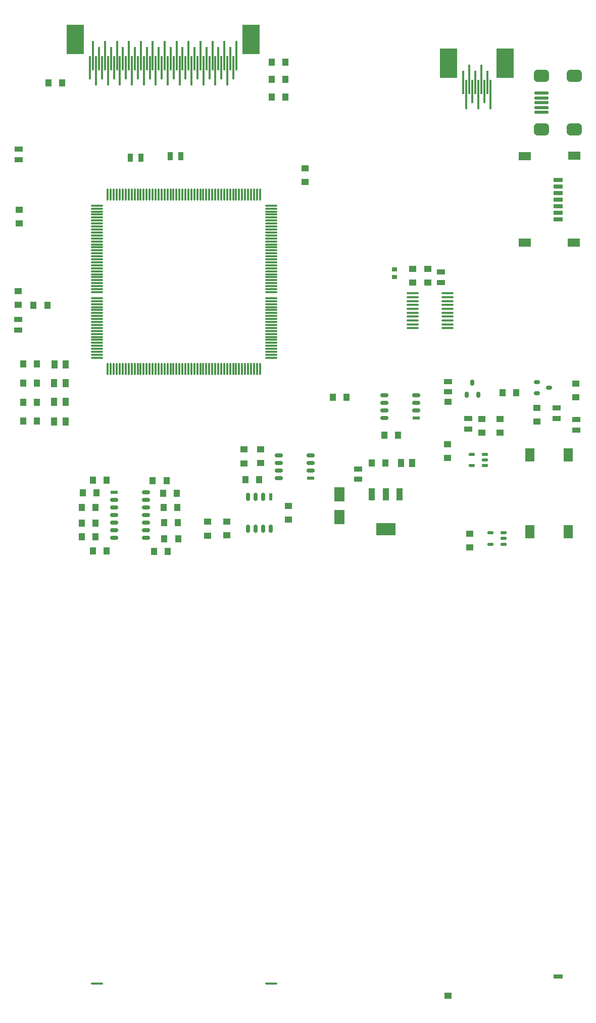
<source format=gtp>
%FSTAX24Y24*%
%MOMM*%
%SFA1B1*%

%IPPOS*%
%AMD11*
4,1,8,-0.508000,-0.304800,0.508000,-0.304800,0.660400,-0.152400,0.660400,0.152400,0.508000,0.304800,-0.508000,0.304800,-0.660400,0.152400,-0.660400,-0.152400,-0.508000,-0.304800,0.0*
1,1,0.304000,-0.508000,-0.152400*
1,1,0.304000,0.508000,-0.152400*
1,1,0.304000,0.508000,0.152400*
1,1,0.304000,-0.508000,0.152400*
%
%AMD15*
4,1,8,-0.500380,0.137160,-0.500380,-0.137160,-0.363220,-0.274320,0.363220,-0.274320,0.500380,-0.137160,0.500380,0.137160,0.363220,0.274320,-0.363220,0.274320,-0.500380,0.137160,0.0*
1,1,0.276000,-0.363220,0.137160*
1,1,0.276000,-0.363220,-0.137160*
1,1,0.276000,0.363220,-0.137160*
1,1,0.276000,0.363220,0.137160*
%
%AMD16*
4,1,8,0.500380,-0.162560,0.500380,0.162560,0.337820,0.325120,-0.337820,0.325120,-0.500380,0.162560,-0.500380,-0.162560,-0.337820,-0.325120,0.337820,-0.325120,0.500380,-0.162560,0.0*
1,1,0.326000,0.337820,-0.162560*
1,1,0.326000,0.337820,0.162560*
1,1,0.326000,-0.337820,0.162560*
1,1,0.326000,-0.337820,-0.162560*
%
%AMD32*
4,1,8,1.249680,-0.500380,1.249680,0.500380,0.749300,1.000760,-0.749300,1.000760,-1.249680,0.500380,-1.249680,-0.500380,-0.749300,-1.000760,0.749300,-1.000760,1.249680,-0.500380,0.0*
1,1,1.000000,0.749300,-0.500380*
1,1,1.000000,0.749300,0.500380*
1,1,1.000000,-0.749300,0.500380*
1,1,1.000000,-0.749300,-0.500380*
%
%AMD33*
4,1,8,1.150620,-0.124460,1.150620,0.124460,1.026160,0.248920,-1.026160,0.248920,-1.150620,0.124460,-1.150620,-0.124460,-1.026160,-0.248920,1.026160,-0.248920,1.150620,-0.124460,0.0*
1,1,0.250000,1.026160,-0.124460*
1,1,0.250000,1.026160,0.124460*
1,1,0.250000,-1.026160,0.124460*
1,1,0.250000,-1.026160,-0.124460*
%
%AMD34*
4,1,8,0.162560,0.500380,-0.162560,0.500380,-0.325120,0.337820,-0.325120,-0.337820,-0.162560,-0.500380,0.162560,-0.500380,0.325120,-0.337820,0.325120,0.337820,0.162560,0.500380,0.0*
1,1,0.326000,0.162560,0.337820*
1,1,0.326000,-0.162560,0.337820*
1,1,0.326000,-0.162560,-0.337820*
1,1,0.326000,0.162560,-0.337820*
%
%AMD35*
4,1,8,0.304800,-0.508000,0.304800,0.508000,0.152400,0.660400,-0.152400,0.660400,-0.304800,0.508000,-0.304800,-0.508000,-0.152400,-0.660400,0.152400,-0.660400,0.304800,-0.508000,0.0*
1,1,0.304000,0.152400,-0.508000*
1,1,0.304000,0.152400,0.508000*
1,1,0.304000,-0.152400,0.508000*
1,1,0.304000,-0.152400,-0.508000*
%
%ADD10R,0.999998X1.299997*%
G04~CAMADD=11~8~0.0~0.0~520.1~240.2~59.8~0.0~15~0.0~0.0~0.0~0.0~0~0.0~0.0~0.0~0.0~0~0.0~0.0~0.0~180.0~520.0~240.0*
%ADD11D11*%
%ADD12R,1.269997X0.609999*%
%ADD13R,0.999998X1.399997*%
%ADD14R,1.599997X2.199996*%
G04~CAMADD=15~8~0.0~0.0~216.5~393.7~54.3~0.0~15~0.0~0.0~0.0~0.0~0~0.0~0.0~0.0~0.0~0~0.0~0.0~0.0~90.0~394.0~216.0*
%ADD15D15*%
G04~CAMADD=16~8~0.0~0.0~255.9~393.7~64.2~0.0~15~0.0~0.0~0.0~0.0~0~0.0~0.0~0.0~0.0~0~0.0~0.0~0.0~270.0~394.0~256.0*
%ADD16D16*%
%ADD17O,2.099996X0.299999*%
%ADD18O,0.299999X2.099996*%
%ADD19R,0.299999X4.999990*%
%ADD20R,2.999994X4.999990*%
%ADD21R,0.299999X3.999992*%
%ADD22R,1.499997X0.799998*%
%ADD23R,1.999996X1.449997*%
%ADD24O,2.099996X0.349999*%
%ADD25R,3.249993X2.149996*%
%ADD26R,0.999998X2.149996*%
%ADD27R,1.749997X2.399995*%
%ADD28R,0.849998X1.399997*%
%ADD29R,1.399997X0.849998*%
%ADD30R,1.299997X0.999998*%
%ADD31R,0.899998X0.799998*%
G04~CAMADD=32~8~0.0~0.0~787.4~984.3~196.9~0.0~15~0.0~0.0~0.0~0.0~0~0.0~0.0~0.0~0.0~0~0.0~0.0~0.0~270.0~984.0~787.0*
%ADD32D32*%
G04~CAMADD=33~8~0.0~0.0~196.9~905.5~49.2~0.0~15~0.0~0.0~0.0~0.0~0~0.0~0.0~0.0~0.0~0~0.0~0.0~0.0~270.0~906.0~197.0*
%ADD33D33*%
G04~CAMADD=34~8~0.0~0.0~255.9~393.7~64.2~0.0~15~0.0~0.0~0.0~0.0~0~0.0~0.0~0.0~0.0~0~0.0~0.0~0.0~0.0~255.9~393.7*
%ADD34D34*%
G04~CAMADD=35~8~0.0~0.0~520.1~240.2~59.8~0.0~15~0.0~0.0~0.0~0.0~0~0.0~0.0~0.0~0.0~0~0.0~0.0~0.0~270.0~240.0~520.0*
%ADD35D35*%
%ADD36R,0.609999X1.269997*%
%LN769bi_ltdc-1*%
%LPD*%
G54D10*
X642999Y950499D03*
X665999D03*
X641499Y925499D03*
X664499D03*
X640999Y876749D03*
X663999D03*
X641249Y899749D03*
X664249D03*
X800749Y949499D03*
X777749D03*
X760249Y970999D03*
X783249D03*
X801499Y925499D03*
X778499D03*
X1150499Y999999D03*
X1127499D03*
X1085249Y1110249D03*
X1062249D03*
X1171249Y1046749D03*
X1148249D03*
X779749Y873499D03*
X802749D03*
X560499Y1264749D03*
X583499D03*
X1369749Y1117749D03*
X1346749D03*
X542749Y1165999D03*
X565749D03*
X542749Y1134079D03*
X565749D03*
X542749Y1102169D03*
X565749D03*
X542749Y1070249D03*
X565749D03*
X785249Y852249D03*
X762249D03*
X683249Y971499D03*
X660249D03*
X659999Y852749D03*
X682999D03*
X778999Y900249D03*
X801999D03*
X915499Y972499D03*
X938499D03*
X959749Y1671999D03*
X982749D03*
X959749Y1642499D03*
X982749D03*
X959749Y1612999D03*
X982749D03*
X608219Y1637249D03*
X585219D03*
G54D11*
X695829Y900049D03*
Y887349D03*
Y874649D03*
Y938149D03*
Y925449D03*
X749169Y887349D03*
Y900049D03*
Y874649D03*
Y938149D03*
Y950849D03*
Y925449D03*
X695829Y912749D03*
X749169D03*
X1148579Y1075449D03*
Y1088149D03*
Y1113549D03*
Y1100849D03*
X1201919Y1088149D03*
Y1113549D03*
Y1100849D03*
X1024669Y999849D03*
Y1012549D03*
Y987149D03*
X971329Y999849D03*
Y1012549D03*
Y987149D03*
Y974449D03*
G54D12*
X695829Y950849D03*
X1201919Y1075449D03*
X1024669Y974449D03*
G54D13*
X1195499Y999999D03*
X1176499D03*
X595249Y1165749D03*
X614249D03*
X594999Y1133999D03*
X613999D03*
X594999Y1102499D03*
X613999D03*
X594999Y1069999D03*
X613999D03*
G54D14*
X1456499Y1013479D03*
X1392499D03*
X1456499Y885499D03*
X1392499D03*
G54D15*
X1316749Y995749D03*
Y1005249D03*
Y1014749D03*
X1294749D03*
Y995749D03*
X1348249Y864249D03*
Y873749D03*
Y883249D03*
X1326249D03*
Y864249D03*
G54D16*
X1424249Y1126499D03*
X1404249Y1116999D03*
Y1135999D03*
G54D17*
X958469Y1431429D03*
Y1426429D03*
Y1421429D03*
Y1416429D03*
Y1411429D03*
Y1406429D03*
Y1401429D03*
Y1396429D03*
Y1391429D03*
Y1386429D03*
Y1381429D03*
Y1376429D03*
Y1371429D03*
Y1366429D03*
Y1361429D03*
Y1356429D03*
Y1351429D03*
Y1346429D03*
Y1341429D03*
Y1336429D03*
Y1331429D03*
Y1326429D03*
Y1321429D03*
Y1316429D03*
Y1311429D03*
Y1306429D03*
Y1301429D03*
Y1296429D03*
Y1291429D03*
Y1286429D03*
Y128143D03*
Y1276429D03*
Y1271429D03*
Y1266429D03*
Y1261429D03*
Y1256429D03*
Y1251429D03*
Y1246429D03*
Y1241429D03*
Y1236429D03*
Y1231429D03*
Y1226429D03*
Y1221429D03*
Y1216429D03*
Y1211429D03*
Y1206429D03*
Y1201429D03*
Y1196429D03*
Y1191429D03*
Y1186429D03*
Y1181429D03*
Y1176429D03*
X666469D03*
Y1181429D03*
Y1186429D03*
Y1191429D03*
Y1196429D03*
Y1201429D03*
Y1206429D03*
Y1211429D03*
Y1216429D03*
Y1221429D03*
Y1226429D03*
Y1231429D03*
Y1236429D03*
Y1241429D03*
Y1246429D03*
Y1251429D03*
Y1256429D03*
Y1261429D03*
Y1266429D03*
Y1271429D03*
Y1276429D03*
Y128143D03*
Y1286429D03*
Y1291429D03*
Y1296429D03*
Y1301429D03*
Y1306429D03*
Y1311429D03*
Y1316429D03*
Y1321429D03*
Y1326429D03*
Y1331429D03*
Y1336429D03*
Y1341429D03*
Y1346429D03*
Y1351429D03*
Y1356429D03*
Y1361429D03*
Y1366429D03*
Y1371429D03*
Y1376429D03*
Y1381429D03*
Y1386429D03*
Y1391429D03*
Y1396429D03*
Y1401429D03*
Y1406429D03*
Y1411429D03*
Y1416429D03*
Y1421429D03*
Y1426429D03*
Y1431429D03*
G54D18*
X939969Y1157929D03*
X934969D03*
X929969D03*
X924969D03*
X919969D03*
X914969D03*
X909969D03*
X904969D03*
X899969D03*
X894969D03*
X889969D03*
X884969D03*
X879969D03*
X874969D03*
X869969D03*
X864969D03*
X859969D03*
X854969D03*
X849969D03*
X844969D03*
X839969D03*
X834969D03*
X829969D03*
X824969D03*
X819969D03*
X814969D03*
X809969D03*
X804969D03*
X799969D03*
X794969D03*
X789969D03*
X784969D03*
X779969D03*
X774969D03*
X769969D03*
X764969D03*
X759969D03*
X754969D03*
X749969D03*
X744969D03*
X739969D03*
X734969D03*
X729969D03*
X724969D03*
X719969D03*
X714969D03*
X709969D03*
X704969D03*
X699969D03*
X694969D03*
X689969D03*
X684969D03*
Y1449929D03*
X689969D03*
X694969D03*
X699969D03*
X704969D03*
X709969D03*
X714969D03*
X719969D03*
X724969D03*
X729969D03*
X734969D03*
X739969D03*
X744969D03*
X749969D03*
X754969D03*
X759969D03*
X764969D03*
X769969D03*
X774969D03*
X779969D03*
X784969D03*
X789969D03*
X794969D03*
X799969D03*
X804969D03*
X809969D03*
X814969D03*
X819969D03*
X824969D03*
X829969D03*
X834969D03*
X839969D03*
X844969D03*
X849969D03*
X854969D03*
X859969D03*
X864969D03*
X869969D03*
X874969D03*
X879969D03*
X884969D03*
X889969D03*
X894969D03*
X899969D03*
X904969D03*
X909969D03*
X914969D03*
X919969D03*
X924969D03*
X929969D03*
X934969D03*
X939969D03*
G54D19*
X1285999Y1617499D03*
X1290999Y1642499D03*
X1305999Y1617499D03*
X1310999Y1642499D03*
X1325999Y1617499D03*
X660249Y1682249D03*
X680249D03*
X700249D03*
X720249D03*
X740249D03*
X760249D03*
X780249D03*
X800249D03*
X820249D03*
X840249D03*
X860249D03*
X880249D03*
X900249D03*
X665249Y1657249D03*
X685249D03*
X705249D03*
X725249D03*
X745249D03*
X765249D03*
X785249D03*
X805249D03*
X825249D03*
X845249D03*
X865249D03*
X885249D03*
G54D20*
X1255999Y1669999D03*
X1350999D03*
X925249Y1709749D03*
X630249D03*
G54D21*
X1280999Y1637499D03*
X1295999Y1622499D03*
X1300999Y1637499D03*
X1315999Y1622499D03*
X1320999Y1637499D03*
X655249Y1662249D03*
X670249Y1677249D03*
X675249Y1662249D03*
X695249D03*
X715249D03*
X710249Y1677249D03*
X690249D03*
X73025D03*
X735249Y1662249D03*
X750249Y1677249D03*
X755249Y1662249D03*
X770249Y1677249D03*
X775249Y1662249D03*
X790249Y1677249D03*
X795249Y1662249D03*
X810249Y1677249D03*
X815249Y1662249D03*
X830249Y1677249D03*
X835249Y1662249D03*
X850249Y1677249D03*
X855249Y1662249D03*
X870249Y1677249D03*
X875249Y1662249D03*
X890249Y1677249D03*
X895249Y1662249D03*
G54D22*
X1439999Y1397D03*
Y1407999D03*
Y1418999D03*
Y1429999D03*
Y1440999D03*
Y1451999D03*
Y1462999D03*
Y1473999D03*
G54D23*
X1465999Y1368999D03*
X1466999Y1514999D03*
X1383999Y1513999D03*
Y1368999D03*
G54D24*
X1196249Y1284499D03*
Y1277999D03*
Y1271499D03*
Y1264999D03*
Y1258499D03*
Y1251999D03*
Y1245499D03*
Y1238999D03*
Y1232499D03*
Y1225999D03*
X1254249Y1284499D03*
Y1277999D03*
Y1271499D03*
Y1264999D03*
Y1258499D03*
Y1251999D03*
Y1245499D03*
Y1238999D03*
Y1232499D03*
Y1225999D03*
G54D25*
X1150749Y889499D03*
G54D26*
X1127749Y947999D03*
X1150749D03*
X1173749D03*
G54D27*
X1072749Y947749D03*
Y909749D03*
G54D28*
X806999Y1513999D03*
X789499D03*
X740249Y1511249D03*
X722749D03*
G54D29*
X534999Y1240749D03*
Y1223249D03*
X535749Y1525999D03*
Y1508499D03*
X1243749Y1302499D03*
Y1319999D03*
X1104749Y972999D03*
Y990499D03*
X1437249Y1092499D03*
Y1074999D03*
X1288999Y1074499D03*
Y1056999D03*
X1470249Y1072999D03*
Y1055499D03*
X1255249Y1119249D03*
Y1136749D03*
G54D30*
X534999Y1288029D03*
Y1265029D03*
X535999Y1424249D03*
Y1401249D03*
X1195999Y1325499D03*
Y1302499D03*
X1221249Y1325499D03*
Y1302499D03*
X1342249Y1074249D03*
Y1051249D03*
X1291749Y881999D03*
Y858999D03*
X1254749Y1031999D03*
Y1008999D03*
X1312249Y1051249D03*
Y1074249D03*
X1254999Y10795D03*
Y1102499D03*
X987599Y928049D03*
Y905049D03*
X884099Y878799D03*
Y901799D03*
X852249Y901749D03*
Y878749D03*
X1404499Y1092749D03*
Y1069749D03*
X1469749Y1109999D03*
Y1132999D03*
X1015499Y1471249D03*
Y1494249D03*
X940999Y1022999D03*
Y999999D03*
X913249Y1022749D03*
Y999749D03*
G54D31*
X1165749Y1311499D03*
Y1324499D03*
G54D32*
X1466749Y1648749D03*
Y1558749D03*
X1411749Y1648749D03*
Y1558749D03*
G54D33*
X1411749Y1619749D03*
Y1611749D03*
Y1595749D03*
Y1587749D03*
Y1603749D03*
G54D34*
X1296249Y1134749D03*
X1305749Y1114749D03*
X1286749D03*
G54D35*
X932749Y943469D03*
X920049D03*
X945449D03*
X932749Y890129D03*
X920049D03*
X945449D03*
X958149D03*
G54D36*
X958149Y943469D03*
M02*
</source>
